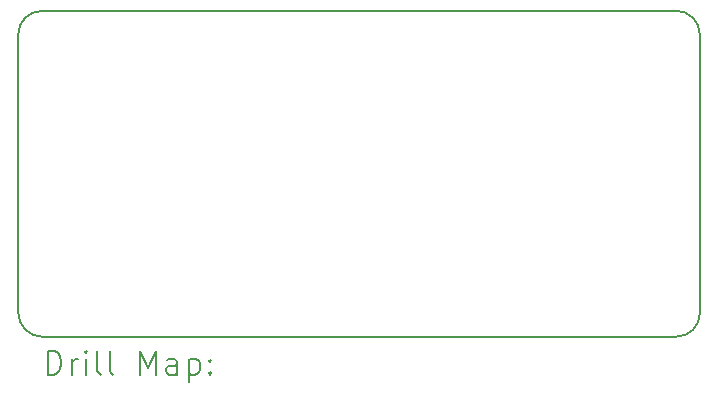
<source format=gbr>
%TF.GenerationSoftware,KiCad,Pcbnew,8.0.2*%
%TF.CreationDate,2024-06-16T17:08:20+02:00*%
%TF.ProjectId,VCU_Bis,5643555f-4269-4732-9e6b-696361645f70,rev?*%
%TF.SameCoordinates,Original*%
%TF.FileFunction,Drillmap*%
%TF.FilePolarity,Positive*%
%FSLAX45Y45*%
G04 Gerber Fmt 4.5, Leading zero omitted, Abs format (unit mm)*
G04 Created by KiCad (PCBNEW 8.0.2) date 2024-06-16 17:08:20*
%MOMM*%
%LPD*%
G01*
G04 APERTURE LIST*
%ADD10C,0.200000*%
G04 APERTURE END LIST*
D10*
X18735040Y-5061560D02*
X18735040Y-7420000D01*
X13164160Y-4861560D02*
X18535040Y-4861560D01*
X18535040Y-4861560D02*
G75*
G02*
X18735040Y-5061560I0J-200000D01*
G01*
X13164160Y-7620000D02*
G75*
G02*
X12964160Y-7420000I0J200000D01*
G01*
X12964160Y-7420000D02*
X12964160Y-5061560D01*
X18535040Y-7620000D02*
X13164160Y-7620000D01*
X18735040Y-7420000D02*
G75*
G02*
X18535040Y-7620000I-200000J0D01*
G01*
X12964160Y-5061560D02*
G75*
G02*
X13164160Y-4861560I200000J0D01*
G01*
X13214937Y-7941484D02*
X13214937Y-7741484D01*
X13214937Y-7741484D02*
X13262556Y-7741484D01*
X13262556Y-7741484D02*
X13291127Y-7751008D01*
X13291127Y-7751008D02*
X13310175Y-7770055D01*
X13310175Y-7770055D02*
X13319699Y-7789103D01*
X13319699Y-7789103D02*
X13329222Y-7827198D01*
X13329222Y-7827198D02*
X13329222Y-7855769D01*
X13329222Y-7855769D02*
X13319699Y-7893865D01*
X13319699Y-7893865D02*
X13310175Y-7912912D01*
X13310175Y-7912912D02*
X13291127Y-7931960D01*
X13291127Y-7931960D02*
X13262556Y-7941484D01*
X13262556Y-7941484D02*
X13214937Y-7941484D01*
X13414937Y-7941484D02*
X13414937Y-7808150D01*
X13414937Y-7846246D02*
X13424461Y-7827198D01*
X13424461Y-7827198D02*
X13433984Y-7817674D01*
X13433984Y-7817674D02*
X13453032Y-7808150D01*
X13453032Y-7808150D02*
X13472080Y-7808150D01*
X13538746Y-7941484D02*
X13538746Y-7808150D01*
X13538746Y-7741484D02*
X13529222Y-7751008D01*
X13529222Y-7751008D02*
X13538746Y-7760531D01*
X13538746Y-7760531D02*
X13548270Y-7751008D01*
X13548270Y-7751008D02*
X13538746Y-7741484D01*
X13538746Y-7741484D02*
X13538746Y-7760531D01*
X13662556Y-7941484D02*
X13643508Y-7931960D01*
X13643508Y-7931960D02*
X13633984Y-7912912D01*
X13633984Y-7912912D02*
X13633984Y-7741484D01*
X13767318Y-7941484D02*
X13748270Y-7931960D01*
X13748270Y-7931960D02*
X13738746Y-7912912D01*
X13738746Y-7912912D02*
X13738746Y-7741484D01*
X13995889Y-7941484D02*
X13995889Y-7741484D01*
X13995889Y-7741484D02*
X14062556Y-7884341D01*
X14062556Y-7884341D02*
X14129222Y-7741484D01*
X14129222Y-7741484D02*
X14129222Y-7941484D01*
X14310175Y-7941484D02*
X14310175Y-7836722D01*
X14310175Y-7836722D02*
X14300651Y-7817674D01*
X14300651Y-7817674D02*
X14281603Y-7808150D01*
X14281603Y-7808150D02*
X14243508Y-7808150D01*
X14243508Y-7808150D02*
X14224461Y-7817674D01*
X14310175Y-7931960D02*
X14291127Y-7941484D01*
X14291127Y-7941484D02*
X14243508Y-7941484D01*
X14243508Y-7941484D02*
X14224461Y-7931960D01*
X14224461Y-7931960D02*
X14214937Y-7912912D01*
X14214937Y-7912912D02*
X14214937Y-7893865D01*
X14214937Y-7893865D02*
X14224461Y-7874817D01*
X14224461Y-7874817D02*
X14243508Y-7865293D01*
X14243508Y-7865293D02*
X14291127Y-7865293D01*
X14291127Y-7865293D02*
X14310175Y-7855769D01*
X14405413Y-7808150D02*
X14405413Y-8008150D01*
X14405413Y-7817674D02*
X14424461Y-7808150D01*
X14424461Y-7808150D02*
X14462556Y-7808150D01*
X14462556Y-7808150D02*
X14481603Y-7817674D01*
X14481603Y-7817674D02*
X14491127Y-7827198D01*
X14491127Y-7827198D02*
X14500651Y-7846246D01*
X14500651Y-7846246D02*
X14500651Y-7903388D01*
X14500651Y-7903388D02*
X14491127Y-7922436D01*
X14491127Y-7922436D02*
X14481603Y-7931960D01*
X14481603Y-7931960D02*
X14462556Y-7941484D01*
X14462556Y-7941484D02*
X14424461Y-7941484D01*
X14424461Y-7941484D02*
X14405413Y-7931960D01*
X14586365Y-7922436D02*
X14595889Y-7931960D01*
X14595889Y-7931960D02*
X14586365Y-7941484D01*
X14586365Y-7941484D02*
X14576842Y-7931960D01*
X14576842Y-7931960D02*
X14586365Y-7922436D01*
X14586365Y-7922436D02*
X14586365Y-7941484D01*
X14586365Y-7817674D02*
X14595889Y-7827198D01*
X14595889Y-7827198D02*
X14586365Y-7836722D01*
X14586365Y-7836722D02*
X14576842Y-7827198D01*
X14576842Y-7827198D02*
X14586365Y-7817674D01*
X14586365Y-7817674D02*
X14586365Y-7836722D01*
M02*

</source>
